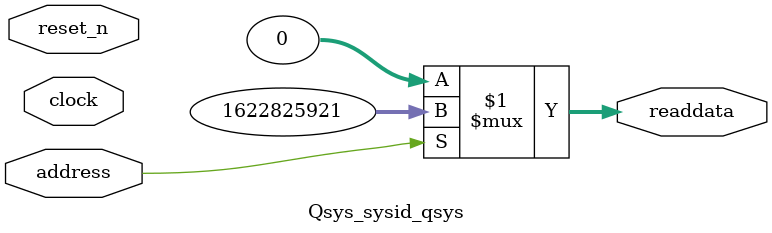
<source format=v>



// synthesis translate_off
`timescale 1ns / 1ps
// synthesis translate_on

// turn off superfluous verilog processor warnings 
// altera message_level Level1 
// altera message_off 10034 10035 10036 10037 10230 10240 10030 

module Qsys_sysid_qsys (
               // inputs:
                address,
                clock,
                reset_n,

               // outputs:
                readdata
             )
;

  output  [ 31: 0] readdata;
  input            address;
  input            clock;
  input            reset_n;

  wire    [ 31: 0] readdata;
  //control_slave, which is an e_avalon_slave
  assign readdata = address ? 1622825921 : 0;

endmodule



</source>
